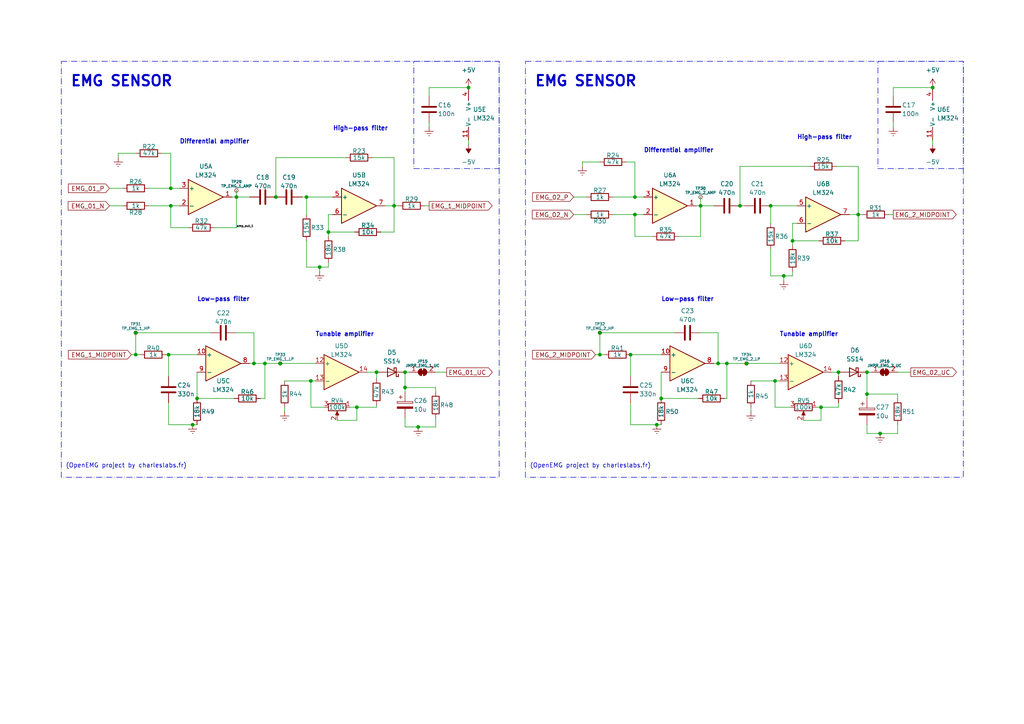
<source format=kicad_sch>
(kicad_sch (version 20231120) (generator "eeschema") (generator_version "8.0")
  (paper "A4")
  (title_block (title "OpenHand prosthetic hand controller project") (date "2024-01-31") (rev "v1.0") (comment 1 "Aleksa Heler"))
  (lib_symbols
    (symbol "Amplifier_Operational:LM324" (pin_names (offset 0.127))
      (property "Reference" "U" (at 0 5.08 0))
      (property "Value" "LM324" (at 0 -5.08 0))
      (symbol "LM324_1_1"
        (polyline (pts (xy -5.08 5.08) (xy 5.08 0) (xy -5.08 -5.08) (xy -5.08 5.08)) (stroke (width 0.254)) (fill (type background)))
        (pin output line (at 7.62 0 180) (length 2.54) (name "~") (number "1"))
        (pin input line (at -7.62 -2.54 0) (length 2.54) (name "-") (number "2"))
        (pin input line (at -7.62 2.54 0) (length 2.54) (name "+") (number "3"))
      )
      (symbol "LM324_2_1"
        (polyline (pts (xy -5.08 5.08) (xy 5.08 0) (xy -5.08 -5.08) (xy -5.08 5.08)) (stroke (width 0.254)) (fill (type background)))
        (pin input line (at -7.62 2.54 0) (length 2.54) (name "+") (number "5"))
        (pin input line (at -7.62 -2.54 0) (length 2.54) (name "-") (number "6"))
        (pin output line (at 7.62 0 180) (length 2.54) (name "~") (number "7"))
      )
      (symbol "LM324_3_1"
        (polyline (pts (xy -5.08 5.08) (xy 5.08 0) (xy -5.08 -5.08) (xy -5.08 5.08)) (stroke (width 0.254)) (fill (type background)))
        (pin input line (at -7.62 2.54 0) (length 2.54) (name "+") (number "10"))
        (pin output line (at 7.62 0 180) (length 2.54) (name "~") (number "8"))
        (pin input line (at -7.62 -2.54 0) (length 2.54) (name "-") (number "9"))
      )
      (symbol "LM324_4_1"
        (polyline (pts (xy -5.08 5.08) (xy 5.08 0) (xy -5.08 -5.08) (xy -5.08 5.08)) (stroke (width 0.254)) (fill (type background)))
        (pin input line (at -7.62 2.54 0) (length 2.54) (name "+") (number "12"))
        (pin input line (at -7.62 -2.54 0) (length 2.54) (name "-") (number "13"))
        (pin output line (at 7.62 0 180) (length 2.54) (name "~") (number "14"))
      )
      (symbol "LM324_5_1"
        (pin power_in line (at -2.54 -7.62 90) (length 3.81) (name "V-") (number "11"))
        (pin power_in line (at -2.54 7.62 270) (length 3.81) (name "V+") (number "4"))
      )
    )
    (symbol "Connector:TestPoint_Small" (pin_numbers hide) (pin_names (offset 0.762) hide)
      (property "Reference" "TP" (at 0 3.81 0))
      (property "Value" "TestPoint_Small" (at 0 2.032 0))
      (symbol "TestPoint_Small_0_1"
        (circle (center 0 0) (radius 0.508))
      )
      (symbol "TestPoint_Small_1_1"
        (pin passive line (at 0 0 90) (length 0) (name "1") (number "1"))
      )
    )
    (symbol "Device:C" (pin_numbers hide) (pin_names (offset 0.254))
      (property "Reference" "C" (at 0.635 2.54 0))
      (property "Value" "C" (at 0.635 -2.54 0))
      (symbol "C_0_1"
        (polyline (pts (xy -2.032 -0.762) (xy 2.032 -0.762)) (stroke (width 0.508)))
        (polyline (pts (xy -2.032 0.762) (xy 2.032 0.762)) (stroke (width 0.508)))
      )
      (symbol "C_1_1"
        (pin passive line (at 0 3.81 270) (length 2.794) (name "~") (number "1"))
        (pin passive line (at 0 -3.81 90) (length 2.794) (name "~") (number "2"))
      )
    )
    (symbol "Device:C_Polarized" (pin_numbers hide) (pin_names (offset 0.254))
      (property "Reference" "C" (at 0.635 2.54 0))
      (property "Value" "C_Polarized" (at 0.635 -2.54 0))
      (symbol "C_Polarized_0_1"
        (rectangle (start -2.286 0.508) (end 2.286 1.016))
        (polyline (pts (xy -1.778 2.286) (xy -0.762 2.286)))
        (polyline (pts (xy -1.27 2.794) (xy -1.27 1.778)))
        (rectangle (start 2.286 -0.508) (end -2.286 -1.016) (fill (type outline)))
      )
      (symbol "C_Polarized_1_1"
        (pin passive line (at 0 3.81 270) (length 2.794) (name "~") (number "1"))
        (pin passive line (at 0 -3.81 90) (length 2.794) (name "~") (number "2"))
      )
    )
    (symbol "Device:D_Schottky" (pin_numbers hide) (pin_names (offset 1.016) hide)
      (property "Reference" "D" (at 0 2.54 0))
      (property "Value" "D_Schottky" (at 0 -2.54 0))
      (symbol "D_Schottky_0_1"
        (polyline (pts (xy 1.27 0) (xy -1.27 0)))
        (polyline (pts (xy 1.27 1.27) (xy 1.27 -1.27) (xy -1.27 0) (xy 1.27 1.27)) (stroke (width 0.254)))
        (polyline (pts (xy -1.905 0.635) (xy -1.905 1.27) (xy -1.27 1.27) (xy -1.27 -1.27) (xy -0.635 -1.27) (xy -0.635 -0.635)) (stroke (width 0.254)))
      )
      (symbol "D_Schottky_1_1"
        (pin passive line (at -3.81 0 0) (length 2.54) (name "K") (number "1"))
        (pin passive line (at 3.81 0 180) (length 2.54) (name "A") (number "2"))
      )
    )
    (symbol "Device:R" (pin_numbers hide) (pin_names (offset 0))
      (property "Reference" "R" (at 2.032 0 90))
      (property "Value" "R" (at 0 0 90))
      (symbol "R_0_1"
        (rectangle (start -1.016 -2.54) (end 1.016 2.54) (stroke (width 0.254)))
      )
      (symbol "R_1_1"
        (pin passive line (at 0 3.81 270) (length 1.27) (name "~") (number "1"))
        (pin passive line (at 0 -3.81 90) (length 1.27) (name "~") (number "2"))
      )
    )
    (symbol "Device:R_Potentiometer" (pin_names (offset 1.016) hide)
      (property "Reference" "RV" (at -4.445 0 90))
      (property "Value" "R_Potentiometer" (at -2.54 0 90))
      (symbol "R_Potentiometer_0_1"
        (polyline (pts (xy 2.54 0) (xy 1.524 0)))
        (polyline (pts (xy 1.143 0) (xy 2.286 0.508) (xy 2.286 -0.508) (xy 1.143 0)) (fill (type outline)))
        (rectangle (start 1.016 2.54) (end -1.016 -2.54) (stroke (width 0.254)))
      )
      (symbol "R_Potentiometer_1_1"
        (pin passive line (at 0 3.81 270) (length 1.27) (name "1") (number "1"))
        (pin passive line (at 3.81 0 180) (length 1.27) (name "2") (number "2"))
        (pin passive line (at 0 -3.81 90) (length 1.27) (name "3") (number "3"))
      )
    )
    (symbol "Jumper:SolderJumper_2_Bridged" (pin_names (offset 0) hide)
      (property "Reference" "JP" (at 0 2.032 0))
      (property "Value" "SolderJumper_2_Bridged" (at 0 -2.54 0))
      (symbol "SolderJumper_2_Bridged_0_1"
        (rectangle (start -0.508 0.508) (end 0.508 -0.508) (fill (type outline)))
        (arc (start -0.254 1.016) (mid -1.2656 0) (end -0.254 -1.016))
        (arc (start -0.254 1.016) (mid -1.2656 0) (end -0.254 -1.016) (fill (type outline)))
        (polyline (pts (xy -0.254 1.016) (xy -0.254 -1.016)))
        (polyline (pts (xy 0.254 1.016) (xy 0.254 -1.016)))
        (arc (start 0.254 -1.016) (mid 1.2656 0) (end 0.254 1.016))
        (arc (start 0.254 -1.016) (mid 1.2656 0) (end 0.254 1.016) (fill (type outline)))
      )
      (symbol "SolderJumper_2_Bridged_1_1"
        (pin passive line (at -3.81 0 0) (length 2.54) (name "A") (number "1"))
        (pin passive line (at 3.81 0 180) (length 2.54) (name "B") (number "2"))
      )
    )
    (symbol "power:+5V" (power) (pin_names (offset 0))
      (property "Value" "+5V" (at 0 3.556 0))
      (symbol "+5V_0_1"
        (polyline (pts (xy -0.762 1.27) (xy 0 2.54)))
        (polyline (pts (xy 0 0) (xy 0 2.54)))
        (polyline (pts (xy 0 2.54) (xy 0.762 1.27)))
      )
      (symbol "+5V_1_1"
        (pin power_in line (at 0 0 90) (length 0) hide (name "+5V") (number "1"))
      )
    )
    (symbol "power:-5V" (power) (pin_names (offset 0))
      (property "Value" "-5V" (at 0 3.81 0))
      (symbol "-5V_0_0"
        (pin power_in line (at 0 0 90) (length 0) hide (name "-5V") (number "1"))
      )
      (symbol "-5V_0_1"
        (polyline (pts (xy 0 0) (xy 0 1.27) (xy 0.762 1.27) (xy 0 2.54) (xy -0.762 1.27) (xy 0 1.27)) (fill (type outline)))
      )
    )
    (symbol "power:Earth" (power) (pin_names (offset 0))
      (symbol "Earth_0_1"
        (polyline (pts (xy -0.635 -1.905) (xy 0.635 -1.905)))
        (polyline (pts (xy -0.127 -2.54) (xy 0.127 -2.54)))
        (polyline (pts (xy 0 -1.27) (xy 0 0)))
        (polyline (pts (xy 1.27 -1.27) (xy -1.27 -1.27)))
      )
      (symbol "Earth_1_1"
        (pin power_in line (at 0 0 270) (length 0) hide (name "Earth") (number "1"))
      )
    )
  )
  (junction (at 227.33 80.01))
  (junction (at 103.505 118.11))
  (junction (at 48.895 102.87))
  (junction (at 251.46 107.95))
  (junction (at 208.28 105.41))
  (junction (at 251.46 114.3))
  (junction (at 88.9 57.15))
  (junction (at 229.87 69.85))
  (junction (at 117.475 112.395))
  (junction (at 68.58 57.15))
  (junction (at 121.285 123.825))
  (junction (at 223.52 59.69))
  (junction (at 270.51 25.4))
  (junction (at 182.88 102.87))
  (junction (at 210.82 105.41))
  (junction (at 184.15 57.15))
  (junction (at 191.77 115.57))
  (junction (at 243.205 107.95))
  (junction (at 39.37 102.87))
  (junction (at 184.15 62.23))
  (junction (at 238.125 118.11))
  (junction (at 135.89 25.4))
  (junction (at 109.22 107.95))
  (junction (at 49.53 59.69))
  (junction (at 73.66 105.41))
  (junction (at 224.79 110.49))
  (junction (at 49.53 54.61))
  (junction (at 95.25 67.31))
  (junction (at 39.37 96.52))
  (junction (at 173.99 102.87))
  (junction (at 173.99 96.52))
  (junction (at 90.17 110.49))
  (junction (at 216.535 105.41))
  (junction (at 255.27 125.73))
  (junction (at 55.88 123.19))
  (junction (at 76.835 105.41))
  (junction (at 92.71 77.47))
  (junction (at 114.3 59.69))
  (junction (at 81.28 105.41))
  (junction (at 214.63 59.69))
  (junction (at 248.92 62.23))
  (junction (at 190.5 123.19))
  (junction (at 80.01 57.15))
  (junction (at 57.15 115.57))
  (junction (at 203.2 59.69))
  (junction (at 117.475 107.95))
  (wire (pts (xy 124.46 59.69) (xy 123.19 59.69)))
  (wire (pts (xy 39.37 102.87) (xy 40.64 102.87)))
  (wire (pts (xy 43.18 59.69) (xy 49.53 59.69)))
  (wire (pts (xy 207.01 105.41) (xy 208.28 105.41)))
  (wire (pts (xy 81.28 105.41) (xy 91.44 105.41)))
  (wire (pts (xy 223.52 80.01) (xy 227.33 80.01)))
  (wire (pts (xy 57.15 115.57) (xy 67.945 115.57)))
  (wire (pts (xy 46.99 44.45) (xy 49.53 44.45)))
  (wire (pts (xy 214.63 48.26) (xy 214.63 59.69)))
  (wire (pts (xy 117.475 112.395) (xy 126.365 112.395)))
  (wire (pts (xy 184.15 68.58) (xy 184.15 62.23)))
  (wire (pts (xy 166.37 62.23) (xy 170.18 62.23)))
  (wire (pts (xy 87.63 57.15) (xy 88.9 57.15)))
  (wire (pts (xy 203.2 96.52) (xy 208.28 96.52)))
  (wire (pts (xy 238.125 118.11) (xy 243.205 118.11)))
  (wire (pts (xy 117.475 123.825) (xy 121.285 123.825)))
  (wire (pts (xy 114.3 45.72) (xy 114.3 59.69)))
  (wire (pts (xy 95.25 77.47) (xy 95.25 76.2)))
  (wire (pts (xy 184.15 62.23) (xy 186.69 62.23)))
  (wire (pts (xy 210.82 105.41) (xy 216.535 105.41)))
  (wire (pts (xy 72.39 105.41) (xy 73.66 105.41)))
  (wire (pts (xy 259.08 62.23) (xy 257.81 62.23)))
  (wire (pts (xy 76.835 105.41) (xy 81.28 105.41)))
  (wire (pts (xy 259.08 25.4) (xy 270.51 25.4)))
  (wire (pts (xy 126.365 123.825) (xy 126.365 121.285)))
  (wire (pts (xy 246.38 62.23) (xy 248.92 62.23)))
  (wire (pts (xy 106.68 107.95) (xy 109.22 107.95)))
  (wire (pts (xy 172.72 102.87) (xy 173.99 102.87)))
  (wire (pts (xy 260.35 107.95) (xy 264.16 107.95)))
  (wire (pts (xy 251.46 123.19) (xy 251.46 125.73)))
  (wire (pts (xy 48.895 109.22) (xy 48.895 102.87)))
  (wire (pts (xy 255.27 125.73) (xy 260.35 125.73)))
  (wire (pts (xy 49.53 54.61) (xy 52.07 54.61)))
  (wire (pts (xy 203.2 59.69) (xy 201.93 59.69)))
  (wire (pts (xy 191.77 115.57) (xy 202.565 115.57)))
  (wire (pts (xy 251.46 115.57) (xy 251.46 114.3)))
  (wire (pts (xy 38.1 102.87) (xy 39.37 102.87)))
  (wire (pts (xy 48.895 116.84) (xy 48.895 123.19)))
  (wire (pts (xy 68.58 57.15) (xy 67.31 57.15)))
  (wire (pts (xy 43.18 54.61) (xy 49.53 54.61)))
  (wire (pts (xy 166.37 57.15) (xy 170.18 57.15)))
  (wire (pts (xy 251.46 125.73) (xy 255.27 125.73)))
  (wire (pts (xy 243.205 118.11) (xy 243.205 116.84)))
  (wire (pts (xy 208.28 96.52) (xy 208.28 105.41)))
  (wire (pts (xy 210.82 115.57) (xy 210.82 105.41)))
  (wire (pts (xy 92.71 77.47) (xy 95.25 77.47)))
  (wire (pts (xy 117.475 107.95) (xy 117.475 112.395)))
  (wire (pts (xy 226.06 110.49) (xy 224.79 110.49)))
  (wire (pts (xy 48.895 102.87) (xy 48.26 102.87)))
  (wire (pts (xy 259.08 27.94) (xy 259.08 25.4)))
  (wire (pts (xy 203.2 57.15) (xy 203.2 59.69)))
  (wire (pts (xy 248.92 62.23) (xy 250.19 62.23)))
  (wire (pts (xy 238.125 121.92) (xy 233.045 121.92)))
  (wire (pts (xy 117.475 107.95) (xy 118.745 107.95)))
  (wire (pts (xy 31.75 59.69) (xy 35.56 59.69)))
  (wire (pts (xy 68.58 96.52) (xy 73.66 96.52)))
  (wire (pts (xy 214.63 59.69) (xy 215.9 59.69)))
  (wire (pts (xy 224.79 110.49) (xy 217.805 110.49)))
  (wire (pts (xy 245.11 69.85) (xy 248.92 69.85)))
  (wire (pts (xy 191.77 107.95) (xy 191.77 115.57)))
  (wire (pts (xy 49.53 59.69) (xy 52.07 59.69)))
  (wire (pts (xy 126.365 107.95) (xy 129.54 107.95)))
  (wire (pts (xy 91.44 110.49) (xy 90.17 110.49)))
  (wire (pts (xy 109.22 107.95) (xy 109.22 109.855)))
  (wire (pts (xy 238.125 118.11) (xy 238.125 121.92)))
  (wire (pts (xy 101.6 118.11) (xy 103.505 118.11)))
  (wire (pts (xy 48.895 102.87) (xy 57.15 102.87)))
  (wire (pts (xy 135.89 40.64) (xy 135.89 41.91)))
  (wire (pts (xy 39.37 96.52) (xy 39.37 102.87)))
  (wire (pts (xy 103.505 118.11) (xy 109.22 118.11)))
  (wire (pts (xy 236.855 118.11) (xy 238.125 118.11)))
  (wire (pts (xy 82.55 118.11) (xy 82.55 119.38)))
  (wire (pts (xy 203.2 59.69) (xy 207.01 59.69)))
  (wire (pts (xy 88.9 57.15) (xy 96.52 57.15)))
  (wire (pts (xy 270.51 40.64) (xy 270.51 41.91)))
  (wire (pts (xy 195.58 96.52) (xy 173.99 96.52)))
  (wire (pts (xy 177.8 62.23) (xy 184.15 62.23)))
  (wire (pts (xy 76.835 105.41) (xy 76.835 115.57)))
  (wire (pts (xy 216.535 105.41) (xy 226.06 105.41)))
  (wire (pts (xy 60.96 96.52) (xy 39.37 96.52)))
  (wire (pts (xy 182.88 116.84) (xy 182.88 123.19)))
  (wire (pts (xy 251.46 114.3) (xy 260.35 114.3)))
  (wire (pts (xy 95.25 62.23) (xy 96.52 62.23)))
  (wire (pts (xy 68.58 57.15) (xy 72.39 57.15)))
  (wire (pts (xy 182.88 123.19) (xy 190.5 123.19)))
  (wire (pts (xy 223.52 59.69) (xy 223.52 64.77)))
  (wire (pts (xy 248.92 48.26) (xy 248.92 62.23)))
  (wire (pts (xy 90.17 110.49) (xy 90.17 118.11)))
  (wire (pts (xy 227.33 81.28) (xy 227.33 80.01)))
  (wire (pts (xy 73.66 96.52) (xy 73.66 105.41)))
  (wire (pts (xy 210.82 105.41) (xy 208.28 105.41)))
  (wire (pts (xy 88.9 77.47) (xy 92.71 77.47)))
  (wire (pts (xy 248.92 69.85) (xy 248.92 62.23)))
  (wire (pts (xy 114.3 59.69) (xy 115.57 59.69)))
  (wire (pts (xy 173.99 102.87) (xy 175.26 102.87)))
  (wire (pts (xy 177.8 57.15) (xy 184.15 57.15)))
  (wire (pts (xy 234.95 48.26) (xy 214.63 48.26)))
  (wire (pts (xy 196.85 68.58) (xy 203.2 68.58)))
  (wire (pts (xy 80.01 45.72) (xy 80.01 57.15)))
  (wire (pts (xy 229.87 80.01) (xy 229.87 78.74)))
  (wire (pts (xy 34.29 44.45) (xy 39.37 44.45)))
  (wire (pts (xy 203.2 68.58) (xy 203.2 59.69)))
  (wire (pts (xy 117.475 121.285) (xy 117.475 123.825)))
  (wire (pts (xy 184.15 57.15) (xy 186.69 57.15)))
  (wire (pts (xy 109.22 107.95) (xy 109.855 107.95)))
  (wire (pts (xy 124.46 35.56) (xy 124.46 36.83)))
  (wire (pts (xy 117.475 113.665) (xy 117.475 112.395)))
  (wire (pts (xy 168.91 46.99) (xy 173.99 46.99)))
  (wire (pts (xy 229.87 71.12) (xy 229.87 69.85)))
  (wire (pts (xy 76.835 105.41) (xy 73.66 105.41)))
  (wire (pts (xy 103.505 118.11) (xy 103.505 121.92)))
  (wire (pts (xy 259.08 35.56) (xy 259.08 36.83)))
  (wire (pts (xy 173.99 96.52) (xy 173.99 102.87)))
  (wire (pts (xy 90.17 110.49) (xy 82.55 110.49)))
  (wire (pts (xy 243.84 107.95) (xy 243.205 107.95)))
  (wire (pts (xy 111.76 59.69) (xy 114.3 59.69)))
  (wire (pts (xy 260.35 114.3) (xy 260.35 115.57)))
  (wire (pts (xy 229.87 64.77) (xy 231.14 64.77)))
  (wire (pts (xy 217.805 118.11) (xy 217.805 119.38)))
  (wire (pts (xy 121.285 123.825) (xy 126.365 123.825)))
  (wire (pts (xy 55.88 123.19) (xy 57.15 123.19)))
  (wire (pts (xy 190.5 123.19) (xy 191.77 123.19)))
  (wire (pts (xy 229.87 69.85) (xy 229.87 64.77)))
  (wire (pts (xy 109.22 118.11) (xy 109.22 117.475)))
  (wire (pts (xy 62.23 66.04) (xy 68.58 66.04)))
  (wire (pts (xy 251.46 107.95) (xy 251.46 114.3)))
  (wire (pts (xy 57.15 107.95) (xy 57.15 115.57)))
  (wire (pts (xy 92.71 78.74) (xy 92.71 77.47)))
  (wire (pts (xy 88.9 69.85) (xy 88.9 77.47)))
  (wire (pts (xy 260.35 125.73) (xy 260.35 123.19)))
  (wire (pts (xy 223.52 72.39) (xy 223.52 80.01)))
  (wire (pts (xy 243.205 107.95) (xy 243.205 109.22)))
  (wire (pts (xy 251.46 107.95) (xy 252.73 107.95)))
  (wire (pts (xy 107.95 45.72) (xy 114.3 45.72)))
  (wire (pts (xy 68.58 66.04) (xy 68.58 57.15)))
  (wire (pts (xy 68.58 55.245) (xy 68.58 57.15)))
  (wire (pts (xy 229.87 69.85) (xy 237.49 69.85)))
  (wire (pts (xy 95.25 67.31) (xy 95.25 62.23)))
  (wire (pts (xy 242.57 48.26) (xy 248.92 48.26)))
  (wire (pts (xy 31.75 54.61) (xy 35.56 54.61)))
  (wire (pts (xy 110.49 67.31) (xy 114.3 67.31)))
  (wire (pts (xy 182.88 109.22) (xy 182.88 102.87)))
  (wire (pts (xy 49.53 44.45) (xy 49.53 54.61)))
  (wire (pts (xy 34.29 44.45) (xy 34.29 45.72)))
  (wire (pts (xy 93.98 118.11) (xy 90.17 118.11)))
  (wire (pts (xy 54.61 66.04) (xy 49.53 66.04)))
  (wire (pts (xy 241.3 107.95) (xy 243.205 107.95)))
  (wire (pts (xy 103.505 121.92) (xy 97.79 121.92)))
  (wire (pts (xy 168.91 46.99) (xy 168.91 48.26)))
  (wire (pts (xy 114.3 67.31) (xy 114.3 59.69)))
  (wire (pts (xy 124.46 25.4) (xy 135.89 25.4)))
  (wire (pts (xy 95.25 68.58) (xy 95.25 67.31)))
  (wire (pts (xy 95.25 67.31) (xy 102.87 67.31)))
  (wire (pts (xy 210.185 115.57) (xy 210.82 115.57)))
  (wire (pts (xy 229.235 118.11) (xy 224.79 118.11)))
  (wire (pts (xy 124.46 27.94) (xy 124.46 25.4)))
  (wire (pts (xy 223.52 59.69) (xy 231.14 59.69)))
  (wire (pts (xy 75.565 115.57) (xy 76.835 115.57)))
  (wire (pts (xy 100.33 45.72) (xy 80.01 45.72)))
  (wire (pts (xy 224.79 110.49) (xy 224.79 118.11)))
  (wire (pts (xy 88.9 57.15) (xy 88.9 62.23)))
  (wire (pts (xy 181.61 46.99) (xy 184.15 46.99)))
  (wire (pts (xy 189.23 68.58) (xy 184.15 68.58)))
  (wire (pts (xy 227.33 80.01) (xy 229.87 80.01)))
  (wire (pts (xy 126.365 112.395) (xy 126.365 113.665)))
  (wire (pts (xy 184.15 46.99) (xy 184.15 57.15)))
  (wire (pts (xy 182.88 102.87) (xy 191.77 102.87)))
  (wire (pts (xy 48.895 123.19) (xy 55.88 123.19)))
  (wire (pts (xy 49.53 66.04) (xy 49.53 59.69)))
  (rectangle (start 152.4 17.78) (end 279.4 138.43) (stroke (width 0) (type dash_dot)))
  (rectangle (start 120.015 17.78) (end 144.78 48.895) (stroke (width 0) (type dash_dot)))
  (rectangle (start 254.635 17.78) (end 279.4 48.895) (stroke (width 0) (type dash_dot)))
  (rectangle (start 17.78 17.78) (end 144.78 138.43) (stroke (width 0) (type dash_dot)))
  (text "EMG SENSOR" (at 20.32 25.4 0) (effects (font (size 3 3) (thickness 0.6) (bold yes)) (justify left bottom)))
  (text "EMG SENSOR" (at 154.94 25.4 0) (effects (font (size 3 3) (thickness 0.6) (bold yes)) (justify left bottom)))
  (text "Low-pass filter" (at 191.77 87.63 0) (effects (font (size 1.27 1.27) (thickness 0.254) (bold yes)) (justify left bottom)))
  (text "Differential amplifier" (at 186.69 44.45 0) (effects (font (size 1.27 1.27) (thickness 0.254) (bold yes)) (justify left bottom)))
  (text "(OpenEMG project by charleslabs.fr)" (at 19.05 135.89 0) (effects (font (size 1.27 1.27)) (justify left bottom)))
  (text "High-pass filter" (at 231.14 40.64 0) (effects (font (size 1.27 1.27) (thickness 0.254) (bold yes)) (justify left bottom)))
  (text "Tunable amplifier" (at 226.06 97.79 0) (effects (font (size 1.27 1.27) (thickness 0.254) (bold yes)) (justify left bottom)))
  (text "High-pass filter" (at 96.52 38.1 0) (effects (font (size 1.27 1.27) (thickness 0.254) (bold yes)) (justify left bottom)))
  (text "(OpenEMG project by charleslabs.fr)" (at 153.67 135.89 0) (effects (font (size 1.27 1.27)) (justify left bottom)))
  (text "Differential amplifier" (at 52.07 41.91 0) (effects (font (size 1.27 1.27) (thickness 0.254) (bold yes)) (justify left bottom)))
  (text "Low-pass filter" (at 57.15 87.63 0) (effects (font (size 1.27 1.27) (thickness 0.254) (bold yes)) (justify left bottom)))
  (text "Tunable amplifier" (at 91.44 97.79 0) (effects (font (size 1.27 1.27) (thickness 0.254) (bold yes)) (justify left bottom)))
  (label "amp_out_1" (at 68.58 66.04 0) (effects (font (size 0.6 0.6))))
  (global_label "EMG_1_MIDPOINT" (shape output) (at 124.46 59.69 0) (property "Intersheetrefs" "${INTERSHEET_REFS}" (effects (hide yes))))
  (global_label "EMG_01_P" (shape input) (at 31.75 54.61 180) (property "Intersheetrefs" "${INTERSHEET_REFS}" (effects (hide yes))))
  (global_label "EMG_01_UC" (shape output) (at 129.54 107.95 0) (property "Intersheetrefs" "${INTERSHEET_REFS}" (effects (hide yes))))
  (global_label "EMG_02_N" (shape input) (at 166.37 62.23 180) (property "Intersheetrefs" "${INTERSHEET_REFS}" (effects (hide yes))))
  (global_label "EMG_2_MIDPOINT" (shape input) (at 172.72 102.87 180) (property "Intersheetrefs" "${INTERSHEET_REFS}" (effects (hide yes))))
  (global_label "EMG_2_MIDPOINT" (shape output) (at 259.08 62.23 0) (property "Intersheetrefs" "${INTERSHEET_REFS}" (effects (hide yes))))
  (global_label "EMG_02_UC" (shape output) (at 264.16 107.95 0) (property "Intersheetrefs" "${INTERSHEET_REFS}" (effects (hide yes))))
  (global_label "EMG_1_MIDPOINT" (shape input) (at 38.1 102.87 180) (property "Intersheetrefs" "${INTERSHEET_REFS}" (effects (hide yes))))
  (global_label "EMG_02_P" (shape input) (at 166.37 57.15 180) (property "Intersheetrefs" "${INTERSHEET_REFS}" (effects (hide yes))))
  (global_label "EMG_01_N" (shape input) (at 31.75 59.69 180) (property "Intersheetrefs" "${INTERSHEET_REFS}" (effects (hide yes))))
  (symbol (lib_id "Amplifier_Operational:LM324") (at 233.68 107.95 0) (unit 4)
    (property "Reference" "U6" (at 233.68 100.33 0))
    (property "Value" "LM324" (at 233.68 102.87 0))
    (property "Footprint" "Package_SO:SO-14_5.3x10.2mm_P1.27mm" (effects (hide yes)))
    (property "Datasheet" "http://www.ti.com/lit/ds/symlink/lm2902-n.pdf" (effects (hide yes)))
  )
  (symbol (lib_id "Device:R") (at 82.55 114.3 0) (unit 1)
    (property "Reference" "R44" (at 85.725 114.3 0))
    (property "Value" "1k" (at 82.55 114.3 90))
    (property "Footprint" "Resistor_SMD:R_0805_2012Metric" (effects (hide yes)))
  )
  (symbol (lib_id "Device:C") (at 182.88 113.03 180) (unit 1)
    (property "Reference" "C25" (at 185.42 111.76 0) (effects (justify right)))
    (property "Value" "330n" (at 185.42 114.3 0) (effects (justify right)))
    (property "Footprint" "Capacitor_SMD:C_0805_2012Metric" (effects (hide yes)))
  )
  (symbol (lib_id "Amplifier_Operational:LM324") (at 64.77 105.41 0) (unit 3)
    (property "Reference" "U5" (at 64.77 110.49 0))
    (property "Value" "LM324" (at 64.77 113.03 0))
    (property "Footprint" "Package_SO:SO-14_5.3x10.2mm_P1.27mm" (effects (hide yes)))
    (property "Datasheet" "http://www.ti.com/lit/ds/symlink/lm2902-n.pdf" (effects (hide yes)))
  )
  (symbol (lib_id "Device:R") (at 206.375 115.57 90) (unit 1)
    (property "Reference" "R47" (at 206.375 113.665 90))
    (property "Value" "10k" (at 206.375 115.57 90))
    (property "Footprint" "Resistor_SMD:R_0805_2012Metric" (effects (hide yes)))
  )
  (symbol (lib_id "power:+5V") (at 270.51 25.4 0) (unit 1)
    (property "Reference" "#PWR057" (effects (hide yes)))
    (property "Value" "+5V" (at 270.51 20.32 0))
  )
  (symbol (lib_id "Device:C") (at 48.895 113.03 180) (unit 1)
    (property "Reference" "C24" (at 51.435 111.76 0) (effects (justify right)))
    (property "Value" "330n" (at 51.435 114.3 0) (effects (justify right)))
    (property "Footprint" "Capacitor_SMD:C_0805_2012Metric" (effects (hide yes)))
  )
  (symbol (lib_id "Connector:TestPoint_Small") (at 39.37 96.52 180) (unit 1)
    (property "Reference" "TP31" (at 39.37 93.98 0) (effects (font (size 0.8 0.8))))
    (property "Value" "TP_EMG_1_HP" (at 39.37 95.25 0) (effects (font (size 0.8 0.8))))
    (property "Footprint" "TestPoint:TestPoint_Pad_D1.0mm" (effects (hide yes)))
  )
  (symbol (lib_id "Device:C") (at 124.46 31.75 0) (unit 1)
    (property "Reference" "C16" (at 127 30.48 0) (effects (justify left)))
    (property "Value" "100n" (at 127 33.02 0) (effects (justify left)))
    (property "Footprint" "Capacitor_SMD:C_0805_2012Metric" (effects (hide yes)))
  )
  (symbol (lib_id "Device:D_Schottky") (at 247.65 107.95 180) (unit 1)
    (property "Reference" "D6" (at 247.9675 101.6 0))
    (property "Value" "SS14" (at 247.9675 104.14 0))
    (property "Footprint" "Diode_SMD:D_SOD-123" (effects (hide yes)))
  )
  (symbol (lib_id "power:Earth") (at 227.33 81.28 0) (unit 1)
    (property "Reference" "#PWR065" (effects (hide yes)))
    (property "Value" "Earth" (effects (hide yes)))
  )
  (symbol (lib_id "Device:R") (at 119.38 59.69 90) (unit 1)
    (property "Reference" "R29" (at 119.38 57.785 90))
    (property "Value" "1k" (at 119.38 59.69 90))
    (property "Footprint" "Resistor_SMD:R_0805_2012Metric" (effects (hide yes)))
  )
  (symbol (lib_id "power:+5V") (at 135.89 25.4 0) (unit 1)
    (property "Reference" "#PWR056" (effects (hide yes)))
    (property "Value" "+5V" (at 135.89 20.32 0))
  )
  (symbol (lib_id "power:Earth") (at 121.285 123.825 0) (unit 1)
    (property "Reference" "#PWR070" (effects (hide yes)))
    (property "Value" "Earth" (effects (hide yes)))
  )
  (symbol (lib_id "Device:R") (at 106.68 67.31 90) (unit 1)
    (property "Reference" "R34" (at 106.68 65.405 90))
    (property "Value" "10k" (at 106.68 67.31 90))
    (property "Footprint" "Resistor_SMD:R_0805_2012Metric" (effects (hide yes)))
  )
  (symbol (lib_id "Device:D_Schottky") (at 113.665 107.95 180) (unit 1)
    (property "Reference" "D5" (at 113.665 102.235 0))
    (property "Value" "SS14" (at 113.665 104.775 0))
    (property "Footprint" "Diode_SMD:D_SOD-123" (effects (hide yes)))
  )
  (symbol (lib_id "Device:R") (at 126.365 117.475 0) (unit 1)
    (property "Reference" "R48" (at 129.54 117.475 0))
    (property "Value" "18k" (at 126.365 117.475 90))
    (property "Footprint" "Resistor_SMD:R_0805_2012Metric" (effects (hide yes)))
  )
  (symbol (lib_id "Amplifier_Operational:LM324") (at 194.31 59.69 0) (unit 1)
    (property "Reference" "U6" (at 194.31 50.8 0))
    (property "Value" "LM324" (at 194.31 53.34 0))
    (property "Footprint" "Package_SO:SO-14_5.3x10.2mm_P1.27mm" (effects (hide yes)))
    (property "Datasheet" "http://www.ti.com/lit/ds/symlink/lm2902-n.pdf" (effects (hide yes)))
  )
  (symbol (lib_id "Amplifier_Operational:LM324") (at 104.14 59.69 0) (unit 2)
    (property "Reference" "U5" (at 104.14 50.8 0))
    (property "Value" "LM324" (at 104.14 53.34 0))
    (property "Footprint" "Package_SO:SO-14_5.3x10.2mm_P1.27mm" (effects (hide yes)))
    (property "Datasheet" "http://www.ti.com/lit/ds/symlink/lm2902-n.pdf" (effects (hide yes)))
  )
  (symbol (lib_id "Connector:TestPoint_Small") (at 81.28 105.41 180) (unit 1)
    (property "Reference" "TP33" (at 81.28 102.87 0) (effects (font (size 0.8 0.8))))
    (property "Value" "TP_EMG_1_LP" (at 81.28 104.14 0) (effects (font (size 0.8 0.8))))
    (property "Footprint" "TestPoint:TestPoint_Pad_D1.0mm" (effects (hide yes)))
  )
  (symbol (lib_id "Amplifier_Operational:LM324") (at 199.39 105.41 0) (unit 3)
    (property "Reference" "U6" (at 199.39 110.49 0))
    (property "Value" "LM324" (at 199.39 113.03 0))
    (property "Footprint" "Package_SO:SO-14_5.3x10.2mm_P1.27mm" (effects (hide yes)))
    (property "Datasheet" "http://www.ti.com/lit/ds/symlink/lm2902-n.pdf" (effects (hide yes)))
  )
  (symbol (lib_id "Device:C") (at 219.71 59.69 90) (unit 1)
    (property "Reference" "C21" (at 219.71 53.34 90))
    (property "Value" "470n" (at 219.71 55.88 90))
    (property "Footprint" "Capacitor_SMD:C_0805_2012Metric" (effects (hide yes)))
  )
  (symbol (lib_id "Amplifier_Operational:LM324") (at 59.69 57.15 0) (unit 1)
    (property "Reference" "U5" (at 59.69 48.26 0))
    (property "Value" "LM324" (at 59.69 50.8 0))
    (property "Footprint" "Package_SO:SO-14_5.3x10.2mm_P1.27mm" (effects (hide yes)))
    (property "Datasheet" "http://www.ti.com/lit/ds/symlink/lm2902-n.pdf" (effects (hide yes)))
  )
  (symbol (lib_id "Device:R") (at 39.37 54.61 270) (unit 1)
    (property "Reference" "R26" (at 39.37 52.705 90))
    (property "Value" "1k" (at 39.37 54.61 90))
    (property "Footprint" "Resistor_SMD:R_0805_2012Metric" (effects (hide yes)))
  )
  (symbol (lib_id "Device:R_Potentiometer") (at 97.79 118.11 270) (unit 1)
    (property "Reference" "RV4" (at 97.79 116.205 90))
    (property "Value" "100k" (at 97.79 118.11 90))
    (property "Footprint" "Potentiometer_SMD:Potentiometer_Vishay_TS53YJ_Vertical" (effects (hide yes)))
  )
  (symbol (lib_id "Device:R") (at 238.76 48.26 90) (unit 1)
    (property "Reference" "R25" (at 238.76 46.355 90))
    (property "Value" "15k" (at 238.76 48.26 90))
    (property "Footprint" "Resistor_SMD:R_0805_2012Metric" (effects (hide yes)))
  )
  (symbol (lib_id "Amplifier_Operational:LM324") (at 273.05 33.02 0) (unit 5)
    (property "Reference" "U6" (at 271.78 31.75 0) (effects (justify left)))
    (property "Value" "LM324" (at 271.78 34.29 0) (effects (justify left)))
    (property "Footprint" "Package_SO:SO-14_5.3x10.2mm_P1.27mm" (effects (hide yes)))
    (property "Datasheet" "http://www.ti.com/lit/ds/symlink/lm2902-n.pdf" (effects (hide yes)))
  )
  (symbol (lib_id "Device:R") (at 229.87 74.93 0) (unit 1)
    (property "Reference" "R39" (at 233.045 74.93 0))
    (property "Value" "18k" (at 229.87 74.93 90))
    (property "Footprint" "Resistor_SMD:R_0805_2012Metric" (effects (hide yes)))
  )
  (symbol (lib_id "power:Earth") (at 55.88 123.19 0) (unit 1)
    (property "Reference" "#PWR068" (effects (hide yes)))
    (property "Value" "Earth" (effects (hide yes)))
  )
  (symbol (lib_id "Device:R") (at 109.22 113.665 0) (unit 1)
    (property "Reference" "R43" (at 112.395 113.665 0))
    (property "Value" "47k" (at 109.22 113.665 90))
    (property "Footprint" "Resistor_SMD:R_0805_2012Metric" (effects (hide yes)))
  )
  (symbol (lib_id "Device:R") (at 104.14 45.72 90) (unit 1)
    (property "Reference" "R23" (at 104.14 43.815 90))
    (property "Value" "15k" (at 104.14 45.72 90))
    (property "Footprint" "Resistor_SMD:R_0805_2012Metric" (effects (hide yes)))
  )
  (symbol (lib_id "power:Earth") (at 124.46 36.83 0) (unit 1)
    (property "Reference" "#PWR058" (effects (hide yes)))
    (property "Value" "Earth" (effects (hide yes)))
  )
  (symbol (lib_id "Device:R") (at 179.07 102.87 90) (unit 1)
    (property "Reference" "R41" (at 179.07 100.965 90))
    (property "Value" "1k" (at 179.07 102.87 90))
    (property "Footprint" "Resistor_SMD:R_0805_2012Metric" (effects (hide yes)))
  )
  (symbol (lib_id "power:Earth") (at 255.27 125.73 0) (unit 1)
    (property "Reference" "#PWR071" (effects (hide yes)))
    (property "Value" "Earth" (effects (hide yes)))
  )
  (symbol (lib_id "Device:R") (at 254 62.23 90) (unit 1)
    (property "Reference" "R31" (at 254 60.325 90))
    (property "Value" "1k" (at 254 62.23 90))
    (property "Footprint" "Resistor_SMD:R_0805_2012Metric" (effects (hide yes)))
  )
  (symbol (lib_id "Device:R") (at 223.52 68.58 0) (unit 1)
    (property "Reference" "R36" (at 226.695 68.58 0))
    (property "Value" "15k" (at 223.52 68.58 90))
    (property "Footprint" "Resistor_SMD:R_0805_2012Metric" (effects (hide yes)))
  )
  (symbol (lib_id "Device:R") (at 193.04 68.58 90) (unit 1)
    (property "Reference" "R35" (at 193.04 66.675 90))
    (property "Value" "47k" (at 193.04 68.58 90))
    (property "Footprint" "Resistor_SMD:R_0805_2012Metric" (effects (hide yes)))
  )
  (symbol (lib_id "Device:R") (at 241.3 69.85 90) (unit 1)
    (property "Reference" "R37" (at 241.3 67.945 90))
    (property "Value" "10k" (at 241.3 69.85 90))
    (property "Footprint" "Resistor_SMD:R_0805_2012Metric" (effects (hide yes)))
  )
  (symbol (lib_id "Jumper:SolderJumper_2_Bridged") (at 256.54 107.95 0) (unit 1)
    (property "Reference" "JP16" (at 256.54 104.775 0) (effects (font (size 0.8 0.8))))
    (property "Value" "JMPR_EMG_2_UC" (at 256.54 106.045 0) (effects (font (size 0.8 0.8))))
    (property "Footprint" "Jumper:SolderJumper-2_P1.3mm_Bridged_RoundedPad1.0x1.5mm" (effects (hide yes)))
  )
  (symbol (lib_id "Device:R") (at 58.42 66.04 90) (unit 1)
    (property "Reference" "R32" (at 58.42 64.135 90))
    (property "Value" "47k" (at 58.42 66.04 90))
    (property "Footprint" "Resistor_SMD:R_0805_2012Metric" (effects (hide yes)))
  )
  (symbol (lib_id "Connector:TestPoint_Small") (at 216.535 105.41 180) (unit 1)
    (property "Reference" "TP34" (at 216.535 102.87 0) (effects (font (size 0.8 0.8))))
    (property "Value" "TP_EMG_2_LP" (at 216.535 104.14 0) (effects (font (size 0.8 0.8))))
    (property "Footprint" "TestPoint:TestPoint_Pad_D1.0mm" (effects (hide yes)))
  )
  (symbol (lib_id "Device:R") (at 88.9 66.04 0) (unit 1)
    (property "Reference" "R33" (at 92.075 66.04 0))
    (property "Value" "15k" (at 88.9 66.04 90))
    (property "Footprint" "Resistor_SMD:R_0805_2012Metric" (effects (hide yes)))
  )
  (symbol (lib_id "Device:C") (at 83.82 57.15 90) (unit 1)
    (property "Reference" "C19" (at 83.82 51.435 90))
    (property "Value" "470n" (at 83.82 53.975 90))
    (property "Footprint" "Capacitor_SMD:C_0805_2012Metric" (effects (hide yes)))
  )
  (symbol (lib_id "power:-5V") (at 270.51 41.91 180) (unit 1)
    (property "Reference" "#PWR061" (effects (hide yes)))
    (property "Value" "-5V" (at 270.51 46.99 0))
  )
  (symbol (lib_id "Device:C") (at 64.77 96.52 90) (unit 1)
    (property "Reference" "C22" (at 64.77 90.805 90))
    (property "Value" "470n" (at 64.77 93.345 90))
    (property "Footprint" "Capacitor_SMD:C_0805_2012Metric" (effects (hide yes)))
  )
  (symbol (lib_id "Device:R") (at 71.755 115.57 90) (unit 1)
    (property "Reference" "R46" (at 71.755 113.665 90))
    (property "Value" "10k" (at 71.755 115.57 90))
    (property "Footprint" "Resistor_SMD:R_0805_2012Metric" (effects (hide yes)))
  )
  (symbol (lib_id "Device:C") (at 199.39 96.52 90) (unit 1)
    (property "Reference" "C23" (at 199.39 90.17 90))
    (property "Value" "470n" (at 199.39 92.71 90))
    (property "Footprint" "Capacitor_SMD:C_0805_2012Metric" (effects (hide yes)))
  )
  (symbol (lib_id "Device:C") (at 259.08 31.75 0) (unit 1)
    (property "Reference" "C17" (at 261.62 30.48 0) (effects (justify left)))
    (property "Value" "100n" (at 261.62 33.02 0) (effects (justify left)))
    (property "Footprint" "Capacitor_SMD:C_0805_2012Metric" (effects (hide yes)))
  )
  (symbol (lib_id "power:Earth") (at 190.5 123.19 0) (unit 1)
    (property "Reference" "#PWR069" (effects (hide yes)))
    (property "Value" "Earth" (effects (hide yes)))
  )
  (symbol (lib_id "Device:C_Polarized") (at 117.475 117.475 0) (unit 1)
    (property "Reference" "C26" (at 120.015 116.205 0) (effects (justify left)))
    (property "Value" "10u" (at 120.015 118.745 0) (effects (justify left)))
    (property "Footprint" "Capacitor_SMD:C_0805_2012Metric" (effects (hide yes)))
  )
  (symbol (lib_id "Device:R_Potentiometer") (at 233.045 118.11 270) (unit 1)
    (property "Reference" "RV5" (at 233.045 116.205 90))
    (property "Value" "100k" (at 233.045 118.11 90))
    (property "Footprint" "Potentiometer_SMD:Potentiometer_Vishay_TS53YJ_Vertical" (effects (hide yes)))
  )
  (symbol (lib_id "Device:R") (at 177.8 46.99 90) (unit 1)
    (property "Reference" "R24" (at 177.8 45.085 90))
    (property "Value" "47k" (at 177.8 46.99 90))
    (property "Footprint" "Resistor_SMD:R_0805_2012Metric" (effects (hide yes)))
  )
  (symbol (lib_id "Device:R") (at 260.35 119.38 0) (unit 1)
    (property "Reference" "R51" (at 263.525 119.38 0))
    (property "Value" "18k" (at 260.35 119.38 90))
    (property "Footprint" "Resistor_SMD:R_0805_2012Metric" (effects (hide yes)))
  )
  (symbol (lib_id "Device:R") (at 95.25 72.39 0) (unit 1)
    (property "Reference" "R38" (at 98.425 72.39 0))
    (property "Value" "18k" (at 95.25 72.39 90))
    (property "Footprint" "Resistor_SMD:R_0805_2012Metric" (effects (hide yes)))
  )
  (symbol (lib_id "Connector:TestPoint_Small") (at 173.99 96.52 180) (unit 1)
    (property "Reference" "TP32" (at 173.99 93.98 0) (effects (font (size 0.8 0.8))))
    (property "Value" "TP_EMG_2_HP" (at 173.99 95.25 0) (effects (font (size 0.8 0.8))))
    (property "Footprint" "TestPoint:TestPoint_Pad_D1.0mm" (effects (hide yes)))
  )
  (symbol (lib_id "Device:C_Polarized") (at 251.46 119.38 0) (unit 1)
    (property "Reference" "C27" (at 254 118.11 0) (effects (justify left)))
    (property "Value" "10u" (at 254 120.65 0) (effects (justify left)))
    (property "Footprint" "Capacitor_SMD:C_0805_2012Metric" (effects (hide yes)))
  )
  (symbol (lib_id "Amplifier_Operational:LM324") (at 238.76 62.23 0) (unit 2)
    (property "Reference" "U6" (at 238.76 53.34 0))
    (property "Value" "LM324" (at 238.76 55.88 0))
    (property "Footprint" "Package_SO:SO-14_5.3x10.2mm_P1.27mm" (effects (hide yes)))
    (property "Datasheet" "http://www.ti.com/lit/ds/symlink/lm2902-n.pdf" (effects (hide yes)))
  )
  (symbol (lib_id "Connector:TestPoint_Small") (at 68.58 55.245 180) (unit 1)
    (property "Reference" "TP29" (at 68.58 52.705 0) (effects (font (size 0.8 0.8))))
    (property "Value" "TP_EMG_1_AMP" (at 68.58 53.975 0) (effects (font (size 0.8 0.8))))
    (property "Footprint" "TestPoint:TestPoint_Pad_D1.0mm" (effects (hide yes)))
  )
  (symbol (lib_id "Amplifier_Operational:LM324") (at 99.06 107.95 0) (unit 4)
    (property "Reference" "U5" (at 99.06 100.33 0))
    (property "Value" "LM324" (at 99.06 102.87 0))
    (property "Footprint" "Package_SO:SO-14_5.3x10.2mm_P1.27mm" (effects (hide yes)))
    (property "Datasheet" "http://www.ti.com/lit/ds/symlink/lm2902-n.pdf" (effects (hide yes)))
  )
  (symbol (lib_id "power:-5V") (at 135.89 41.91 180) (unit 1)
    (property "Reference" "#PWR060" (effects (hide yes)))
    (property "Value" "-5V" (at 135.89 46.99 0))
  )
  (symbol (lib_id "power:Earth") (at 34.29 45.72 0) (unit 1)
    (property "Reference" "#PWR062" (effects (hide yes)))
    (property "Value" "Earth" (effects (hide yes)))
  )
  (symbol (lib_id "Connector:TestPoint_Small") (at 203.2 57.15 180) (unit 1)
    (property "Reference" "TP30" (at 203.2 54.61 0) (effects (font (size 0.8 0.8))))
    (property "Value" "TP_EMG_2_AMP" (at 203.2 55.88 0) (effects (font (size 0.8 0.8))))
    (property "Footprint" "TestPoint:TestPoint_Pad_D1.0mm" (effects (hide yes)))
  )
  (symbol (lib_id "Device:C") (at 76.2 57.15 90) (unit 1)
    (property "Reference" "C18" (at 76.2 51.435 90))
    (property "Value" "470n" (at 76.2 53.975 90))
    (property "Footprint" "Capacitor_SMD:C_0805_2012Metric" (effects (hide yes)))
  )
  (symbol (lib_id "power:Earth") (at 82.55 119.38 0) (unit 1)
    (property "Reference" "#PWR066" (effects (hide yes)))
    (property "Value" "Earth" (effects (hide yes)))
  )
  (symbol (lib_id "Device:R") (at 39.37 59.69 270) (unit 1)
    (property "Reference" "R28" (at 39.37 61.595 90))
    (property "Value" "1k" (at 39.37 59.69 90))
    (property "Footprint" "Resistor_SMD:R_0805_2012Metric" (effects (hide yes)))
  )
  (symbol (lib_id "power:Earth") (at 217.805 119.38 0) (unit 1)
    (property "Reference" "#PWR067" (effects (hide yes)))
    (property "Value" "Earth" (effects (hide yes)))
  )
  (symbol (lib_id "power:Earth") (at 168.91 48.26 0) (unit 1)
    (property "Reference" "#PWR063" (effects (hide yes)))
    (property "Value" "Earth" (effects (hide yes)))
  )
  (symbol (lib_id "Device:R") (at 217.805 114.3 0) (unit 1)
    (property "Reference" "R45" (at 220.98 114.935 0))
    (property "Value" "1k" (at 217.805 114.3 90))
    (property "Footprint" "Resistor_SMD:R_0805_2012Metric" (effects (hide yes)))
  )
  (symbol (lib_id "Amplifier_Operational:LM324") (at 138.43 33.02 0) (unit 5)
    (property "Reference" "U5" (at 137.16 31.75 0) (effects (justify left)))
    (property "Value" "LM324" (at 137.16 34.29 0) (effects (justify left)))
    (property "Footprint" "Package_SO:SO-14_5.3x10.2mm_P1.27mm" (effects (hide yes)))
    (property "Datasheet" "http://www.ti.com/lit/ds/symlink/lm2902-n.pdf" (effects (hide yes)))
  )
  (symbol (lib_id "Device:R") (at 173.99 57.15 270) (unit 1)
    (property "Reference" "R27" (at 173.99 55.245 90))
    (property "Value" "1k" (at 173.99 57.15 90))
    (property "Footprint" "Resistor_SMD:R_0805_2012Metric" (effects (hide yes)))
  )
  (symbol (lib_id "Device:R") (at 44.45 102.87 90) (unit 1)
    (property "Reference" "R40" (at 44.45 100.965 90))
    (property "Value" "1k" (at 44.45 102.87 90))
    (property "Footprint" "Resistor_SMD:R_0805_2012Metric" (effects (hide yes)))
  )
  (symbol (lib_id "power:Earth") (at 92.71 78.74 0) (unit 1)
    (property "Reference" "#PWR064" (effects (hide yes)))
    (property "Value" "Earth" (effects (hide yes)))
  )
  (symbol (lib_id "Device:R") (at 57.15 119.38 0) (unit 1)
    (property "Reference" "R49" (at 60.325 119.38 0))
    (property "Value" "18k" (at 57.15 119.38 90))
    (property "Footprint" "Resistor_SMD:R_0805_2012Metric" (effects (hide yes)))
  )
  (symbol (lib_id "power:Earth") (at 259.08 36.83 0) (unit 1)
    (property "Reference" "#PWR059" (effects (hide yes)))
    (property "Value" "Earth" (effects (hide yes)))
  )
  (symbol (lib_id "Device:R") (at 191.77 119.38 0) (unit 1)
    (property "Reference" "R50" (at 194.945 119.38 0))
    (property "Value" "18k" (at 191.77 119.38 90))
    (property "Footprint" "Resistor_SMD:R_0805_2012Metric" (effects (hide yes)))
  )
  (symbol (lib_id "Device:R") (at 43.18 44.45 90) (unit 1)
    (property "Reference" "R22" (at 43.18 42.545 90))
    (property "Value" "47k" (at 43.18 44.45 90))
    (property "Footprint" "Resistor_SMD:R_0805_2012Metric" (effects (hide yes)))
  )
  (symbol (lib_id "Device:R") (at 173.99 62.23 270) (unit 1)
    (property "Reference" "R30" (at 173.99 64.135 90))
    (property "Value" "1k" (at 173.99 62.23 90))
    (property "Footprint" "Resistor_SMD:R_0805_2012Metric" (effects (hide yes)))
  )
  (symbol (lib_id "Jumper:SolderJumper_2_Bridged") (at 122.555 107.95 0) (unit 1)
    (property "Reference" "JP15" (at 122.555 104.775 0) (effects (font (size 0.8 0.8))))
    (property "Value" "JMPR_EMG_1_UC" (at 122.555 106.045 0) (effects (font (size 0.8 0.8))))
    (property "Footprint" "Jumper:SolderJumper-2_P1.3mm_Bridged_RoundedPad1.0x1.5mm" (effects (hide yes)))
  )
  (symbol (lib_id "Device:C") (at 210.82 59.69 90) (unit 1)
    (property "Reference" "C20" (at 210.82 53.34 90))
    (property "Value" "470n" (at 210.82 55.88 90))
    (property "Footprint" "Capacitor_SMD:C_0805_2012Metric" (effects (hide yes)))
  )
  (symbol (lib_id "Device:R") (at 243.205 113.03 0) (unit 1)
    (property "Reference" "R42" (at 246.38 113.03 0))
    (property "Value" "47k" (at 243.205 113.03 90))
    (property "Footprint" "Resistor_SMD:R_0805_2012Metric" (effects (hide yes)))
  )
)
</source>
